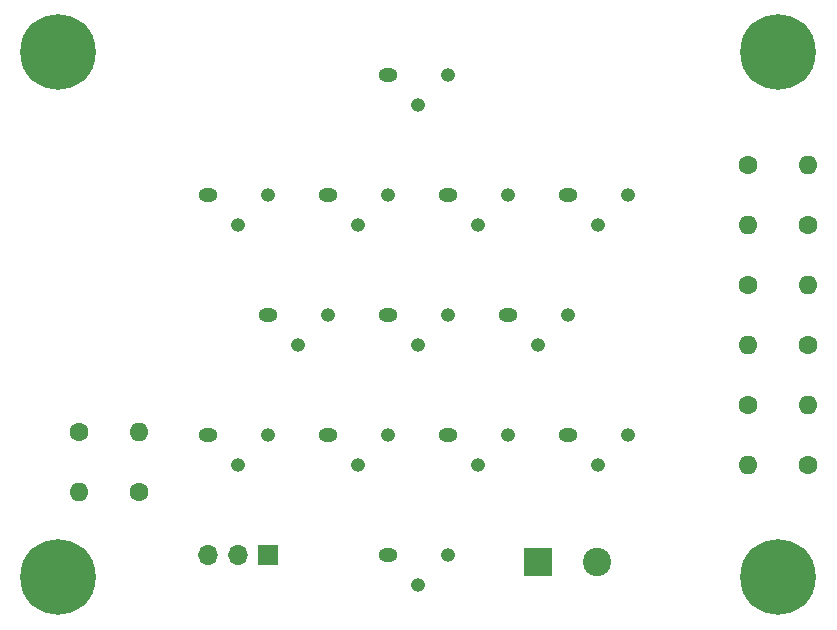
<source format=gbr>
%TF.GenerationSoftware,KiCad,Pcbnew,(6.0.5)*%
%TF.CreationDate,2022-05-16T17:43:26-07:00*%
%TF.ProjectId,hawkeye_driver,6861776b-6579-4655-9f64-72697665722e,A*%
%TF.SameCoordinates,Original*%
%TF.FileFunction,Soldermask,Bot*%
%TF.FilePolarity,Negative*%
%FSLAX46Y46*%
G04 Gerber Fmt 4.6, Leading zero omitted, Abs format (unit mm)*
G04 Created by KiCad (PCBNEW (6.0.5)) date 2022-05-16 17:43:26*
%MOMM*%
%LPD*%
G01*
G04 APERTURE LIST*
%ADD10C,1.600000*%
%ADD11O,1.600000X1.600000*%
%ADD12O,1.600000X1.200000*%
%ADD13O,1.200000X1.200000*%
%ADD14R,1.700000X1.700000*%
%ADD15O,1.700000X1.700000*%
%ADD16R,2.400000X2.400000*%
%ADD17C,2.400000*%
%ADD18C,6.400000*%
G04 APERTURE END LIST*
D10*
%TO.C,R17*%
X172720000Y-93980000D03*
D11*
X172720000Y-88900000D03*
%TD*%
D10*
%TO.C,R14*%
X167640000Y-88900000D03*
D11*
X167640000Y-93980000D03*
%TD*%
D12*
%TO.C,R4*%
X132080000Y-101600000D03*
D13*
X134620000Y-104140000D03*
X137160000Y-101600000D03*
%TD*%
D12*
%TO.C,R2*%
X147320000Y-91440000D03*
D13*
X149860000Y-93980000D03*
X152400000Y-91440000D03*
%TD*%
D10*
%TO.C,R18*%
X172720000Y-83820000D03*
D11*
X172720000Y-78740000D03*
%TD*%
D12*
%TO.C,R9*%
X152400000Y-101600000D03*
D13*
X154940000Y-104140000D03*
X157480000Y-101600000D03*
%TD*%
D12*
%TO.C,R5*%
X127000000Y-91440000D03*
D13*
X129540000Y-93980000D03*
X132080000Y-91440000D03*
%TD*%
D10*
%TO.C,R21*%
X110998000Y-101346000D03*
D11*
X110998000Y-106426000D03*
%TD*%
D12*
%TO.C,R10*%
X137160000Y-111760000D03*
D13*
X139700000Y-114300000D03*
X142240000Y-111760000D03*
%TD*%
D14*
%TO.C,J1*%
X127000000Y-111760000D03*
D15*
X124460000Y-111760000D03*
X121920000Y-111760000D03*
%TD*%
D10*
%TO.C,R20*%
X116078000Y-106426000D03*
D11*
X116078000Y-101346000D03*
%TD*%
D10*
%TO.C,R19*%
X172720000Y-104140000D03*
D11*
X172720000Y-99060000D03*
%TD*%
D12*
%TO.C,R3*%
X142240000Y-101600000D03*
D13*
X144780000Y-104140000D03*
X147320000Y-101600000D03*
%TD*%
D10*
%TO.C,R15*%
X167640000Y-78740000D03*
D11*
X167640000Y-83820000D03*
%TD*%
D16*
%TO.C,J2*%
X149860000Y-112395000D03*
D17*
X154860000Y-112395000D03*
%TD*%
D12*
%TO.C,R1*%
X142240000Y-81280000D03*
D13*
X144780000Y-83820000D03*
X147320000Y-81280000D03*
%TD*%
D18*
%TO.C,REF\u002A\u002A*%
X109220000Y-113665000D03*
%TD*%
D12*
%TO.C,R12*%
X121920000Y-81280000D03*
D13*
X124460000Y-83820000D03*
X127000000Y-81280000D03*
%TD*%
D12*
%TO.C,R11*%
X121920000Y-101600000D03*
D13*
X124460000Y-104140000D03*
X127000000Y-101600000D03*
%TD*%
D12*
%TO.C,R13*%
X137160000Y-91440000D03*
D13*
X139700000Y-93980000D03*
X142240000Y-91440000D03*
%TD*%
D18*
%TO.C,REF\u002A\u002A*%
X170180000Y-113665000D03*
%TD*%
%TO.C,REF\u002A\u002A*%
X170180000Y-69215000D03*
%TD*%
D12*
%TO.C,R8*%
X152400000Y-81280000D03*
D13*
X154940000Y-83820000D03*
X157480000Y-81280000D03*
%TD*%
D10*
%TO.C,R16*%
X167640000Y-99060000D03*
D11*
X167640000Y-104140000D03*
%TD*%
D18*
%TO.C,REF\u002A\u002A*%
X109220000Y-69215000D03*
%TD*%
D12*
%TO.C,R7*%
X137160000Y-71120000D03*
D13*
X139700000Y-73660000D03*
X142240000Y-71120000D03*
%TD*%
D12*
%TO.C,R6*%
X132080000Y-81280000D03*
D13*
X134620000Y-83820000D03*
X137160000Y-81280000D03*
%TD*%
M02*

</source>
